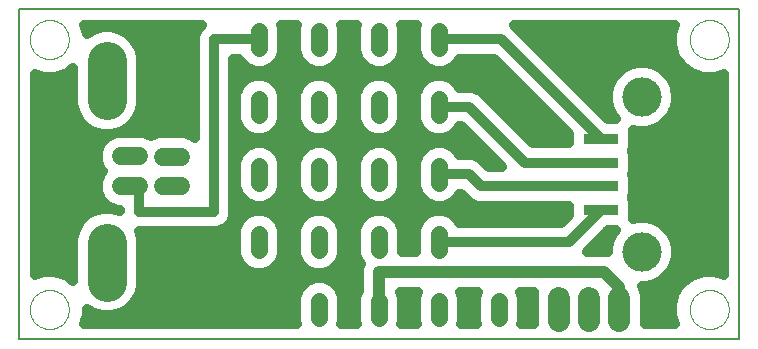
<source format=gtl>
G75*
%MOIN*%
%OFA0B0*%
%FSLAX24Y24*%
%IPPOS*%
%LPD*%
%AMOC8*
5,1,8,0,0,1.08239X$1,22.5*
%
%ADD10C,0.0080*%
%ADD11C,0.0600*%
%ADD12C,0.1300*%
%ADD13C,0.1310*%
%ADD14R,0.1181X0.0354*%
%ADD15C,0.0000*%
%ADD16C,0.0740*%
%ADD17C,0.0560*%
%ADD18C,0.0400*%
%ADD19C,0.0320*%
D10*
X001061Y000510D02*
X001061Y011510D01*
X025061Y011510D01*
X025061Y000510D01*
X001061Y000510D01*
D11*
X004461Y005618D02*
X005061Y005618D01*
X005841Y005618D02*
X006441Y005618D01*
X006441Y006602D02*
X005841Y006602D01*
X005053Y006610D02*
X004453Y006610D01*
D12*
X003991Y008480D02*
X003991Y009780D01*
X003991Y003740D02*
X003991Y002440D01*
D13*
X021811Y003425D03*
X021811Y008595D03*
D14*
X020453Y007191D03*
X020453Y006404D03*
X020453Y005616D03*
X020453Y004829D03*
D15*
X023411Y001510D02*
X023413Y001560D01*
X023419Y001610D01*
X023429Y001660D01*
X023442Y001708D01*
X023459Y001756D01*
X023480Y001802D01*
X023504Y001846D01*
X023532Y001888D01*
X023563Y001928D01*
X023597Y001965D01*
X023634Y002000D01*
X023673Y002031D01*
X023714Y002060D01*
X023758Y002085D01*
X023804Y002107D01*
X023851Y002125D01*
X023899Y002139D01*
X023948Y002150D01*
X023998Y002157D01*
X024048Y002160D01*
X024099Y002159D01*
X024149Y002154D01*
X024199Y002145D01*
X024247Y002133D01*
X024295Y002116D01*
X024341Y002096D01*
X024386Y002073D01*
X024429Y002046D01*
X024469Y002016D01*
X024507Y001983D01*
X024542Y001947D01*
X024575Y001908D01*
X024604Y001867D01*
X024630Y001824D01*
X024653Y001779D01*
X024672Y001732D01*
X024687Y001684D01*
X024699Y001635D01*
X024707Y001585D01*
X024711Y001535D01*
X024711Y001485D01*
X024707Y001435D01*
X024699Y001385D01*
X024687Y001336D01*
X024672Y001288D01*
X024653Y001241D01*
X024630Y001196D01*
X024604Y001153D01*
X024575Y001112D01*
X024542Y001073D01*
X024507Y001037D01*
X024469Y001004D01*
X024429Y000974D01*
X024386Y000947D01*
X024341Y000924D01*
X024295Y000904D01*
X024247Y000887D01*
X024199Y000875D01*
X024149Y000866D01*
X024099Y000861D01*
X024048Y000860D01*
X023998Y000863D01*
X023948Y000870D01*
X023899Y000881D01*
X023851Y000895D01*
X023804Y000913D01*
X023758Y000935D01*
X023714Y000960D01*
X023673Y000989D01*
X023634Y001020D01*
X023597Y001055D01*
X023563Y001092D01*
X023532Y001132D01*
X023504Y001174D01*
X023480Y001218D01*
X023459Y001264D01*
X023442Y001312D01*
X023429Y001360D01*
X023419Y001410D01*
X023413Y001460D01*
X023411Y001510D01*
X023411Y010510D02*
X023413Y010560D01*
X023419Y010610D01*
X023429Y010660D01*
X023442Y010708D01*
X023459Y010756D01*
X023480Y010802D01*
X023504Y010846D01*
X023532Y010888D01*
X023563Y010928D01*
X023597Y010965D01*
X023634Y011000D01*
X023673Y011031D01*
X023714Y011060D01*
X023758Y011085D01*
X023804Y011107D01*
X023851Y011125D01*
X023899Y011139D01*
X023948Y011150D01*
X023998Y011157D01*
X024048Y011160D01*
X024099Y011159D01*
X024149Y011154D01*
X024199Y011145D01*
X024247Y011133D01*
X024295Y011116D01*
X024341Y011096D01*
X024386Y011073D01*
X024429Y011046D01*
X024469Y011016D01*
X024507Y010983D01*
X024542Y010947D01*
X024575Y010908D01*
X024604Y010867D01*
X024630Y010824D01*
X024653Y010779D01*
X024672Y010732D01*
X024687Y010684D01*
X024699Y010635D01*
X024707Y010585D01*
X024711Y010535D01*
X024711Y010485D01*
X024707Y010435D01*
X024699Y010385D01*
X024687Y010336D01*
X024672Y010288D01*
X024653Y010241D01*
X024630Y010196D01*
X024604Y010153D01*
X024575Y010112D01*
X024542Y010073D01*
X024507Y010037D01*
X024469Y010004D01*
X024429Y009974D01*
X024386Y009947D01*
X024341Y009924D01*
X024295Y009904D01*
X024247Y009887D01*
X024199Y009875D01*
X024149Y009866D01*
X024099Y009861D01*
X024048Y009860D01*
X023998Y009863D01*
X023948Y009870D01*
X023899Y009881D01*
X023851Y009895D01*
X023804Y009913D01*
X023758Y009935D01*
X023714Y009960D01*
X023673Y009989D01*
X023634Y010020D01*
X023597Y010055D01*
X023563Y010092D01*
X023532Y010132D01*
X023504Y010174D01*
X023480Y010218D01*
X023459Y010264D01*
X023442Y010312D01*
X023429Y010360D01*
X023419Y010410D01*
X023413Y010460D01*
X023411Y010510D01*
X001411Y010510D02*
X001413Y010560D01*
X001419Y010610D01*
X001429Y010660D01*
X001442Y010708D01*
X001459Y010756D01*
X001480Y010802D01*
X001504Y010846D01*
X001532Y010888D01*
X001563Y010928D01*
X001597Y010965D01*
X001634Y011000D01*
X001673Y011031D01*
X001714Y011060D01*
X001758Y011085D01*
X001804Y011107D01*
X001851Y011125D01*
X001899Y011139D01*
X001948Y011150D01*
X001998Y011157D01*
X002048Y011160D01*
X002099Y011159D01*
X002149Y011154D01*
X002199Y011145D01*
X002247Y011133D01*
X002295Y011116D01*
X002341Y011096D01*
X002386Y011073D01*
X002429Y011046D01*
X002469Y011016D01*
X002507Y010983D01*
X002542Y010947D01*
X002575Y010908D01*
X002604Y010867D01*
X002630Y010824D01*
X002653Y010779D01*
X002672Y010732D01*
X002687Y010684D01*
X002699Y010635D01*
X002707Y010585D01*
X002711Y010535D01*
X002711Y010485D01*
X002707Y010435D01*
X002699Y010385D01*
X002687Y010336D01*
X002672Y010288D01*
X002653Y010241D01*
X002630Y010196D01*
X002604Y010153D01*
X002575Y010112D01*
X002542Y010073D01*
X002507Y010037D01*
X002469Y010004D01*
X002429Y009974D01*
X002386Y009947D01*
X002341Y009924D01*
X002295Y009904D01*
X002247Y009887D01*
X002199Y009875D01*
X002149Y009866D01*
X002099Y009861D01*
X002048Y009860D01*
X001998Y009863D01*
X001948Y009870D01*
X001899Y009881D01*
X001851Y009895D01*
X001804Y009913D01*
X001758Y009935D01*
X001714Y009960D01*
X001673Y009989D01*
X001634Y010020D01*
X001597Y010055D01*
X001563Y010092D01*
X001532Y010132D01*
X001504Y010174D01*
X001480Y010218D01*
X001459Y010264D01*
X001442Y010312D01*
X001429Y010360D01*
X001419Y010410D01*
X001413Y010460D01*
X001411Y010510D01*
X001411Y001510D02*
X001413Y001560D01*
X001419Y001610D01*
X001429Y001660D01*
X001442Y001708D01*
X001459Y001756D01*
X001480Y001802D01*
X001504Y001846D01*
X001532Y001888D01*
X001563Y001928D01*
X001597Y001965D01*
X001634Y002000D01*
X001673Y002031D01*
X001714Y002060D01*
X001758Y002085D01*
X001804Y002107D01*
X001851Y002125D01*
X001899Y002139D01*
X001948Y002150D01*
X001998Y002157D01*
X002048Y002160D01*
X002099Y002159D01*
X002149Y002154D01*
X002199Y002145D01*
X002247Y002133D01*
X002295Y002116D01*
X002341Y002096D01*
X002386Y002073D01*
X002429Y002046D01*
X002469Y002016D01*
X002507Y001983D01*
X002542Y001947D01*
X002575Y001908D01*
X002604Y001867D01*
X002630Y001824D01*
X002653Y001779D01*
X002672Y001732D01*
X002687Y001684D01*
X002699Y001635D01*
X002707Y001585D01*
X002711Y001535D01*
X002711Y001485D01*
X002707Y001435D01*
X002699Y001385D01*
X002687Y001336D01*
X002672Y001288D01*
X002653Y001241D01*
X002630Y001196D01*
X002604Y001153D01*
X002575Y001112D01*
X002542Y001073D01*
X002507Y001037D01*
X002469Y001004D01*
X002429Y000974D01*
X002386Y000947D01*
X002341Y000924D01*
X002295Y000904D01*
X002247Y000887D01*
X002199Y000875D01*
X002149Y000866D01*
X002099Y000861D01*
X002048Y000860D01*
X001998Y000863D01*
X001948Y000870D01*
X001899Y000881D01*
X001851Y000895D01*
X001804Y000913D01*
X001758Y000935D01*
X001714Y000960D01*
X001673Y000989D01*
X001634Y001020D01*
X001597Y001055D01*
X001563Y001092D01*
X001532Y001132D01*
X001504Y001174D01*
X001480Y001218D01*
X001459Y001264D01*
X001442Y001312D01*
X001429Y001360D01*
X001419Y001410D01*
X001413Y001460D01*
X001411Y001510D01*
D16*
X019061Y001880D02*
X019061Y001140D01*
X020061Y001140D02*
X020061Y001880D01*
X021061Y001880D02*
X021061Y001140D01*
D17*
X017061Y001230D02*
X017061Y001790D01*
X015061Y001790D02*
X015061Y001230D01*
X013061Y001230D02*
X013061Y001790D01*
X011061Y001790D02*
X011061Y001230D01*
X011061Y003480D02*
X011061Y004040D01*
X009061Y004040D02*
X009061Y003480D01*
X013061Y003480D02*
X013061Y004040D01*
X015061Y004040D02*
X015061Y003480D01*
X015061Y005730D02*
X015061Y006290D01*
X013061Y006290D02*
X013061Y005730D01*
X011061Y005730D02*
X011061Y006290D01*
X009061Y006290D02*
X009061Y005730D01*
X009061Y007980D02*
X009061Y008540D01*
X011061Y008540D02*
X011061Y007980D01*
X013061Y007980D02*
X013061Y008540D01*
X015061Y008540D02*
X015061Y007980D01*
X015061Y010230D02*
X015061Y010790D01*
X013061Y010790D02*
X013061Y010230D01*
X011061Y010230D02*
X011061Y010790D01*
X009061Y010790D02*
X009061Y010230D01*
D18*
X013061Y002760D02*
X020561Y002760D01*
X021061Y002260D01*
X021061Y001510D01*
X013061Y001510D02*
X013061Y002760D01*
D19*
X012437Y003030D02*
X012381Y002895D01*
X012381Y002134D01*
X012301Y001941D01*
X012301Y001079D01*
X012321Y001030D01*
X011801Y001030D01*
X011821Y001079D01*
X011821Y001941D01*
X011706Y002221D01*
X011492Y002434D01*
X011212Y002550D01*
X010910Y002550D01*
X010631Y002434D01*
X010417Y002221D01*
X010301Y001941D01*
X010301Y001079D01*
X010321Y001030D01*
X003220Y001030D01*
X003311Y001312D01*
X003311Y001528D01*
X003555Y001387D01*
X003842Y001310D01*
X004140Y001310D01*
X004427Y001387D01*
X004685Y001536D01*
X004895Y001746D01*
X005044Y002004D01*
X005121Y002291D01*
X005121Y003889D01*
X005059Y004120D01*
X007689Y004120D01*
X007924Y004217D01*
X008104Y004397D01*
X008201Y004633D01*
X008201Y009870D01*
X008388Y009870D01*
X008417Y009799D01*
X008631Y009586D01*
X008910Y009470D01*
X009212Y009470D01*
X009492Y009586D01*
X009706Y009799D01*
X009821Y010079D01*
X009821Y010941D01*
X009801Y010990D01*
X010321Y010990D01*
X010301Y010941D01*
X010301Y010079D01*
X010417Y009799D01*
X010631Y009586D01*
X010910Y009470D01*
X011212Y009470D01*
X011492Y009586D01*
X011706Y009799D01*
X011821Y010079D01*
X011821Y010941D01*
X011801Y010990D01*
X012321Y010990D01*
X012301Y010941D01*
X012301Y010079D01*
X012417Y009799D01*
X012631Y009586D01*
X012910Y009470D01*
X013212Y009470D01*
X013492Y009586D01*
X013706Y009799D01*
X013821Y010079D01*
X013821Y010941D01*
X013801Y010990D01*
X014321Y010990D01*
X014301Y010941D01*
X014301Y010079D01*
X014417Y009799D01*
X014631Y009586D01*
X014910Y009470D01*
X015212Y009470D01*
X015492Y009586D01*
X015706Y009799D01*
X015735Y009870D01*
X016869Y009870D01*
X019382Y007357D01*
X019382Y007044D01*
X018183Y007044D01*
X016604Y008623D01*
X016424Y008803D01*
X016189Y008900D01*
X015735Y008900D01*
X015706Y008971D01*
X015492Y009184D01*
X015212Y009300D01*
X014910Y009300D01*
X014631Y009184D01*
X014417Y008971D01*
X014301Y008691D01*
X014301Y007829D01*
X014417Y007549D01*
X014631Y007336D01*
X014910Y007220D01*
X015212Y007220D01*
X015492Y007336D01*
X015706Y007549D01*
X015735Y007620D01*
X015796Y007620D01*
X017160Y006256D01*
X016720Y006256D01*
X016424Y006553D01*
X016189Y006650D01*
X015735Y006650D01*
X015706Y006721D01*
X015492Y006934D01*
X015212Y007050D01*
X014910Y007050D01*
X014631Y006934D01*
X014417Y006721D01*
X014301Y006441D01*
X014301Y005579D01*
X014417Y005299D01*
X014631Y005086D01*
X014910Y004970D01*
X015212Y004970D01*
X015492Y005086D01*
X015706Y005299D01*
X015735Y005370D01*
X015796Y005370D01*
X016092Y005074D01*
X016328Y004976D01*
X019382Y004976D01*
X019382Y004663D01*
X019119Y004400D01*
X015735Y004400D01*
X015706Y004471D01*
X015492Y004684D01*
X015212Y004800D01*
X014910Y004800D01*
X014631Y004684D01*
X014417Y004471D01*
X014301Y004191D01*
X014301Y003440D01*
X013821Y003440D01*
X013821Y004191D01*
X013706Y004471D01*
X013492Y004684D01*
X013212Y004800D01*
X012910Y004800D01*
X012631Y004684D01*
X012417Y004471D01*
X012301Y004191D01*
X012301Y003329D01*
X012417Y003049D01*
X012437Y003030D01*
X012413Y003058D02*
X011709Y003058D01*
X011706Y003049D02*
X011821Y003329D01*
X011821Y004191D01*
X011706Y004471D01*
X011492Y004684D01*
X011212Y004800D01*
X010910Y004800D01*
X010631Y004684D01*
X010417Y004471D01*
X010301Y004191D01*
X010301Y003329D01*
X010417Y003049D01*
X010631Y002836D01*
X010910Y002720D01*
X011212Y002720D01*
X011492Y002836D01*
X011706Y003049D01*
X011821Y003377D02*
X012301Y003377D01*
X012301Y003695D02*
X011821Y003695D01*
X011821Y004014D02*
X012301Y004014D01*
X012360Y004332D02*
X011763Y004332D01*
X011526Y004651D02*
X012597Y004651D01*
X012631Y005086D02*
X012910Y004970D01*
X013212Y004970D01*
X013492Y005086D01*
X013706Y005299D01*
X013821Y005579D01*
X013821Y006441D01*
X013706Y006721D01*
X013492Y006934D01*
X013212Y007050D01*
X012910Y007050D01*
X012631Y006934D01*
X012417Y006721D01*
X012301Y006441D01*
X012301Y005579D01*
X012417Y005299D01*
X012631Y005086D01*
X012429Y005288D02*
X011694Y005288D01*
X011706Y005299D02*
X011492Y005086D01*
X011212Y004970D01*
X010910Y004970D01*
X010631Y005086D01*
X010417Y005299D01*
X010301Y005579D01*
X010301Y006441D01*
X010417Y006721D01*
X010631Y006934D01*
X010910Y007050D01*
X011212Y007050D01*
X011492Y006934D01*
X011706Y006721D01*
X011821Y006441D01*
X011821Y005579D01*
X011706Y005299D01*
X011821Y005606D02*
X012301Y005606D01*
X012301Y005925D02*
X011821Y005925D01*
X011821Y006243D02*
X012301Y006243D01*
X012351Y006562D02*
X011771Y006562D01*
X011546Y006880D02*
X012576Y006880D01*
X012631Y007336D02*
X012910Y007220D01*
X013212Y007220D01*
X013492Y007336D01*
X013706Y007549D01*
X013821Y007829D01*
X013821Y008691D01*
X013706Y008971D01*
X013492Y009184D01*
X013212Y009300D01*
X012910Y009300D01*
X012631Y009184D01*
X012417Y008971D01*
X012301Y008691D01*
X012301Y007829D01*
X012417Y007549D01*
X012631Y007336D01*
X012449Y007517D02*
X011673Y007517D01*
X011706Y007549D02*
X011492Y007336D01*
X011212Y007220D01*
X010910Y007220D01*
X010631Y007336D01*
X010417Y007549D01*
X010301Y007829D01*
X010301Y008691D01*
X010417Y008971D01*
X010631Y009184D01*
X010910Y009300D01*
X011212Y009300D01*
X011492Y009184D01*
X011706Y008971D01*
X011821Y008691D01*
X011821Y007829D01*
X011706Y007549D01*
X011821Y007836D02*
X012301Y007836D01*
X012301Y008154D02*
X011821Y008154D01*
X011821Y008473D02*
X012301Y008473D01*
X012343Y008791D02*
X011780Y008791D01*
X011567Y009110D02*
X012556Y009110D01*
X013567Y009110D02*
X014556Y009110D01*
X014343Y008791D02*
X013780Y008791D01*
X013821Y008473D02*
X014301Y008473D01*
X015061Y008260D02*
X016061Y008260D01*
X017918Y006404D01*
X020453Y006404D01*
X021524Y006562D02*
X024541Y006562D01*
X024541Y006880D02*
X021508Y006880D01*
X021524Y006918D02*
X021524Y007464D01*
X021508Y007501D01*
X021662Y007460D01*
X021961Y007460D01*
X022249Y007537D01*
X022508Y007687D01*
X022719Y007898D01*
X022869Y008157D01*
X022946Y008446D01*
X022946Y008744D01*
X022869Y009033D01*
X022719Y009292D01*
X022508Y009503D01*
X022249Y009653D01*
X021961Y009730D01*
X021662Y009730D01*
X021373Y009653D01*
X021114Y009503D01*
X020903Y009292D01*
X020754Y009033D01*
X020676Y008744D01*
X020676Y008446D01*
X020754Y008157D01*
X020903Y007898D01*
X020953Y007848D01*
X020701Y007848D01*
X017559Y010990D01*
X022903Y010990D01*
X022811Y010708D01*
X022811Y010312D01*
X022934Y009935D01*
X023166Y009615D01*
X023166Y009615D01*
X023166Y009615D01*
X023487Y009382D01*
X023863Y009260D01*
X024259Y009260D01*
X024541Y009352D01*
X024541Y002668D01*
X024259Y002760D01*
X023863Y002760D01*
X023487Y002638D01*
X023166Y002405D01*
X022934Y002085D01*
X022934Y002085D01*
X022811Y001708D01*
X022811Y001312D01*
X022903Y001030D01*
X021911Y001030D01*
X021911Y002049D01*
X021811Y002290D01*
X021961Y002290D01*
X022249Y002367D01*
X022508Y002517D01*
X022719Y002728D01*
X022869Y002987D01*
X022946Y003276D01*
X022946Y003574D01*
X022869Y003863D01*
X022719Y004122D01*
X022508Y004333D01*
X022249Y004483D01*
X021961Y004560D01*
X021662Y004560D01*
X021508Y004519D01*
X021524Y004556D01*
X021524Y005102D01*
X021473Y005223D01*
X021524Y005344D01*
X021524Y005889D01*
X021473Y006010D01*
X021524Y006131D01*
X021524Y006676D01*
X021473Y006797D01*
X021524Y006918D01*
X021524Y007199D02*
X024541Y007199D01*
X024541Y007517D02*
X022173Y007517D01*
X022657Y007836D02*
X024541Y007836D01*
X024541Y008154D02*
X022867Y008154D01*
X022946Y008473D02*
X024541Y008473D01*
X024541Y008791D02*
X022934Y008791D01*
X022825Y009110D02*
X024541Y009110D01*
X023487Y009382D02*
X023487Y009382D01*
X023424Y009428D02*
X022583Y009428D01*
X023071Y009747D02*
X018803Y009747D01*
X018484Y010065D02*
X022892Y010065D01*
X022934Y009935D02*
X022934Y009935D01*
X022811Y010384D02*
X018166Y010384D01*
X017847Y010702D02*
X022811Y010702D01*
X021039Y009428D02*
X019121Y009428D01*
X019440Y009110D02*
X020798Y009110D01*
X020689Y008791D02*
X019758Y008791D01*
X020077Y008473D02*
X020676Y008473D01*
X020755Y008154D02*
X020395Y008154D01*
X019222Y007517D02*
X017709Y007517D01*
X017391Y007836D02*
X018903Y007836D01*
X018585Y008154D02*
X017072Y008154D01*
X016754Y008473D02*
X018266Y008473D01*
X017948Y008791D02*
X016435Y008791D01*
X015567Y009110D02*
X017629Y009110D01*
X017311Y009428D02*
X008201Y009428D01*
X008631Y009184D02*
X008417Y008971D01*
X008301Y008691D01*
X008301Y007829D01*
X008417Y007549D01*
X008631Y007336D01*
X008910Y007220D01*
X009212Y007220D01*
X009492Y007336D01*
X009706Y007549D01*
X009821Y007829D01*
X009821Y008691D01*
X009706Y008971D01*
X009492Y009184D01*
X009212Y009300D01*
X008910Y009300D01*
X008631Y009184D01*
X008556Y009110D02*
X008201Y009110D01*
X008201Y008791D02*
X008343Y008791D01*
X008301Y008473D02*
X008201Y008473D01*
X008201Y008154D02*
X008301Y008154D01*
X008301Y007836D02*
X008201Y007836D01*
X008201Y007517D02*
X008449Y007517D01*
X008201Y007199D02*
X016218Y007199D01*
X016536Y006880D02*
X015546Y006880D01*
X014576Y006880D02*
X013546Y006880D01*
X013771Y006562D02*
X014351Y006562D01*
X014301Y006243D02*
X013821Y006243D01*
X013821Y005925D02*
X014301Y005925D01*
X015061Y006010D02*
X016061Y006010D01*
X016455Y005616D01*
X020453Y005616D01*
X021524Y005606D02*
X024541Y005606D01*
X024541Y005288D02*
X021500Y005288D01*
X021524Y004969D02*
X024541Y004969D01*
X024541Y004651D02*
X021524Y004651D01*
X020953Y004172D02*
X020701Y004172D01*
X019969Y003440D01*
X020676Y003440D01*
X020676Y003574D01*
X020754Y003863D01*
X020903Y004122D01*
X020953Y004172D01*
X020840Y004014D02*
X020543Y004014D01*
X020709Y003695D02*
X020224Y003695D01*
X019384Y003760D02*
X020453Y004829D01*
X019382Y004969D02*
X008201Y004969D01*
X008201Y005288D02*
X008429Y005288D01*
X008417Y005299D02*
X008631Y005086D01*
X008910Y004970D01*
X009212Y004970D01*
X009492Y005086D01*
X009706Y005299D01*
X009821Y005579D01*
X009821Y006441D01*
X009706Y006721D01*
X009492Y006934D01*
X009212Y007050D01*
X008910Y007050D01*
X008631Y006934D01*
X008417Y006721D01*
X008301Y006441D01*
X008301Y005579D01*
X008417Y005299D01*
X008301Y005606D02*
X008201Y005606D01*
X008201Y005925D02*
X008301Y005925D01*
X008301Y006243D02*
X008201Y006243D01*
X008201Y006562D02*
X008351Y006562D01*
X008201Y006880D02*
X008576Y006880D01*
X009546Y006880D02*
X010576Y006880D01*
X010351Y006562D02*
X009771Y006562D01*
X009821Y006243D02*
X010301Y006243D01*
X010301Y005925D02*
X009821Y005925D01*
X009821Y005606D02*
X010301Y005606D01*
X010429Y005288D02*
X009694Y005288D01*
X009492Y004684D02*
X009212Y004800D01*
X008910Y004800D01*
X008631Y004684D01*
X008417Y004471D01*
X008301Y004191D01*
X008301Y003329D01*
X008417Y003049D01*
X008631Y002836D01*
X008910Y002720D01*
X009212Y002720D01*
X009492Y002836D01*
X009706Y003049D01*
X009821Y003329D01*
X009821Y004191D01*
X009706Y004471D01*
X009492Y004684D01*
X009526Y004651D02*
X010597Y004651D01*
X010360Y004332D02*
X009763Y004332D01*
X009821Y004014D02*
X010301Y004014D01*
X010301Y003695D02*
X009821Y003695D01*
X009821Y003377D02*
X010301Y003377D01*
X010413Y003058D02*
X009709Y003058D01*
X009260Y002740D02*
X010863Y002740D01*
X011260Y002740D02*
X012381Y002740D01*
X012381Y002421D02*
X011505Y002421D01*
X011754Y002103D02*
X012368Y002103D01*
X012301Y001784D02*
X011821Y001784D01*
X011821Y001466D02*
X012301Y001466D01*
X012301Y001147D02*
X011821Y001147D01*
X010301Y001147D02*
X003258Y001147D01*
X003311Y001466D02*
X003419Y001466D01*
X004563Y001466D02*
X010301Y001466D01*
X010301Y001784D02*
X004917Y001784D01*
X005071Y002103D02*
X010368Y002103D01*
X010617Y002421D02*
X005121Y002421D01*
X005121Y002740D02*
X008863Y002740D01*
X008413Y003058D02*
X005121Y003058D01*
X005121Y003377D02*
X008301Y003377D01*
X008301Y003695D02*
X005121Y003695D01*
X005088Y004014D02*
X008301Y004014D01*
X008360Y004332D02*
X008038Y004332D01*
X008201Y004651D02*
X008597Y004651D01*
X007561Y004760D02*
X007561Y010510D01*
X009061Y010510D01*
X009821Y010384D02*
X010301Y010384D01*
X010301Y010702D02*
X009821Y010702D01*
X009816Y010065D02*
X010307Y010065D01*
X010470Y009747D02*
X009653Y009747D01*
X008470Y009747D02*
X008201Y009747D01*
X006921Y009747D02*
X005121Y009747D01*
X005121Y009929D02*
X005044Y010216D01*
X004895Y010474D01*
X004685Y010684D01*
X004427Y010833D01*
X004140Y010910D01*
X003842Y010910D01*
X003555Y010833D01*
X003311Y010692D01*
X003311Y010708D01*
X003220Y010990D01*
X007136Y010990D01*
X007019Y010873D01*
X006921Y010637D01*
X006921Y007225D01*
X006883Y007263D01*
X006596Y007382D01*
X005686Y007382D01*
X005457Y007287D01*
X005209Y007390D01*
X004298Y007390D01*
X004012Y007271D01*
X003792Y007052D01*
X003673Y006765D01*
X003673Y006455D01*
X003792Y006168D01*
X003850Y006110D01*
X003800Y006060D01*
X003681Y005773D01*
X003681Y005463D01*
X003800Y005176D01*
X004019Y004957D01*
X004306Y004838D01*
X004421Y004838D01*
X004421Y004795D01*
X004140Y004870D01*
X003842Y004870D01*
X003555Y004793D01*
X003297Y004644D01*
X003087Y004434D01*
X002938Y004176D01*
X002861Y003889D01*
X002861Y002474D01*
X002636Y002638D01*
X002259Y002760D01*
X001863Y002760D01*
X001581Y002668D01*
X001581Y009352D01*
X001863Y009260D01*
X002259Y009260D01*
X002636Y009382D01*
X002861Y009546D01*
X002861Y008331D01*
X002938Y008044D01*
X003087Y007786D01*
X003297Y007576D01*
X003555Y007427D01*
X003842Y007350D01*
X004140Y007350D01*
X004427Y007427D01*
X004685Y007576D01*
X004895Y007786D01*
X005044Y008044D01*
X005121Y008331D01*
X005121Y009929D01*
X005085Y010065D02*
X006921Y010065D01*
X006921Y010384D02*
X004948Y010384D01*
X004654Y010702D02*
X006948Y010702D01*
X006921Y009428D02*
X005121Y009428D01*
X005121Y009110D02*
X006921Y009110D01*
X006921Y008791D02*
X005121Y008791D01*
X005121Y008473D02*
X006921Y008473D01*
X006921Y008154D02*
X005074Y008154D01*
X004924Y007836D02*
X006921Y007836D01*
X006921Y007517D02*
X004583Y007517D01*
X003939Y007199D02*
X001581Y007199D01*
X001581Y006880D02*
X003721Y006880D01*
X003673Y006562D02*
X001581Y006562D01*
X001581Y006243D02*
X003761Y006243D01*
X003744Y005925D02*
X001581Y005925D01*
X001581Y005606D02*
X003681Y005606D01*
X003754Y005288D02*
X001581Y005288D01*
X001581Y004969D02*
X004007Y004969D01*
X003308Y004651D02*
X001581Y004651D01*
X001581Y004332D02*
X003028Y004332D01*
X002895Y004014D02*
X001581Y004014D01*
X001581Y003695D02*
X002861Y003695D01*
X002861Y003377D02*
X001581Y003377D01*
X001581Y003058D02*
X002861Y003058D01*
X002861Y002740D02*
X002322Y002740D01*
X002636Y002638D02*
X002636Y002638D01*
X001800Y002740D02*
X001581Y002740D01*
X005061Y004760D02*
X007561Y004760D01*
X005061Y004760D02*
X005061Y005618D01*
X003399Y007517D02*
X001581Y007517D01*
X001581Y007836D02*
X003059Y007836D01*
X002909Y008154D02*
X001581Y008154D01*
X001581Y008473D02*
X002861Y008473D01*
X002861Y008791D02*
X001581Y008791D01*
X001581Y009110D02*
X002861Y009110D01*
X002861Y009428D02*
X002699Y009428D01*
X002636Y009382D02*
X002636Y009382D01*
X003311Y010702D02*
X003328Y010702D01*
X009567Y009110D02*
X010556Y009110D01*
X010343Y008791D02*
X009780Y008791D01*
X009821Y008473D02*
X010301Y008473D01*
X010301Y008154D02*
X009821Y008154D01*
X009821Y007836D02*
X010301Y007836D01*
X010449Y007517D02*
X009673Y007517D01*
X013673Y007517D02*
X014449Y007517D01*
X014301Y007836D02*
X013821Y007836D01*
X013821Y008154D02*
X014301Y008154D01*
X015673Y007517D02*
X015899Y007517D01*
X016402Y006562D02*
X016855Y006562D01*
X018028Y007199D02*
X019382Y007199D01*
X020453Y007191D02*
X017134Y010510D01*
X015061Y010510D01*
X014301Y010384D02*
X013821Y010384D01*
X013821Y010702D02*
X014301Y010702D01*
X014307Y010065D02*
X013816Y010065D01*
X013653Y009747D02*
X014470Y009747D01*
X015653Y009747D02*
X016992Y009747D01*
X012470Y009747D02*
X011653Y009747D01*
X011816Y010065D02*
X012307Y010065D01*
X012301Y010384D02*
X011821Y010384D01*
X011821Y010702D02*
X012301Y010702D01*
X021524Y006243D02*
X024541Y006243D01*
X024541Y005925D02*
X021509Y005925D01*
X019370Y004651D02*
X015526Y004651D01*
X014597Y004651D02*
X013526Y004651D01*
X013763Y004332D02*
X014360Y004332D01*
X014301Y004014D02*
X013821Y004014D01*
X013821Y003695D02*
X014301Y003695D01*
X015061Y003760D02*
X019384Y003760D01*
X022342Y002421D02*
X023189Y002421D01*
X023166Y002405D02*
X023166Y002405D01*
X023487Y002638D02*
X023487Y002638D01*
X023800Y002740D02*
X022726Y002740D01*
X022888Y003058D02*
X024541Y003058D01*
X024541Y002740D02*
X024322Y002740D01*
X022947Y002103D02*
X021889Y002103D01*
X021911Y001784D02*
X022836Y001784D01*
X022811Y001466D02*
X021911Y001466D01*
X021911Y001147D02*
X022865Y001147D01*
X018211Y001147D02*
X017821Y001147D01*
X017821Y001079D02*
X017821Y001941D01*
X017764Y002080D01*
X018224Y002080D01*
X018211Y002049D01*
X018211Y001030D01*
X017801Y001030D01*
X017821Y001079D01*
X017821Y001466D02*
X018211Y001466D01*
X018211Y001784D02*
X017821Y001784D01*
X016359Y002080D02*
X016301Y001941D01*
X016301Y001079D01*
X016321Y001030D01*
X015801Y001030D01*
X015821Y001079D01*
X015821Y001941D01*
X015764Y002080D01*
X016359Y002080D01*
X016301Y001784D02*
X015821Y001784D01*
X015821Y001466D02*
X016301Y001466D01*
X016301Y001147D02*
X015821Y001147D01*
X014321Y001030D02*
X013801Y001030D01*
X013821Y001079D01*
X013821Y001941D01*
X013764Y002080D01*
X014359Y002080D01*
X014301Y001941D01*
X014301Y001079D01*
X014321Y001030D01*
X014301Y001147D02*
X013821Y001147D01*
X013821Y001466D02*
X014301Y001466D01*
X014301Y001784D02*
X013821Y001784D01*
X013694Y005288D02*
X014429Y005288D01*
X014301Y005606D02*
X013821Y005606D01*
X015694Y005288D02*
X015879Y005288D01*
X022509Y004332D02*
X024541Y004332D01*
X024541Y004014D02*
X022782Y004014D01*
X022914Y003695D02*
X024541Y003695D01*
X024541Y003377D02*
X022946Y003377D01*
M02*

</source>
